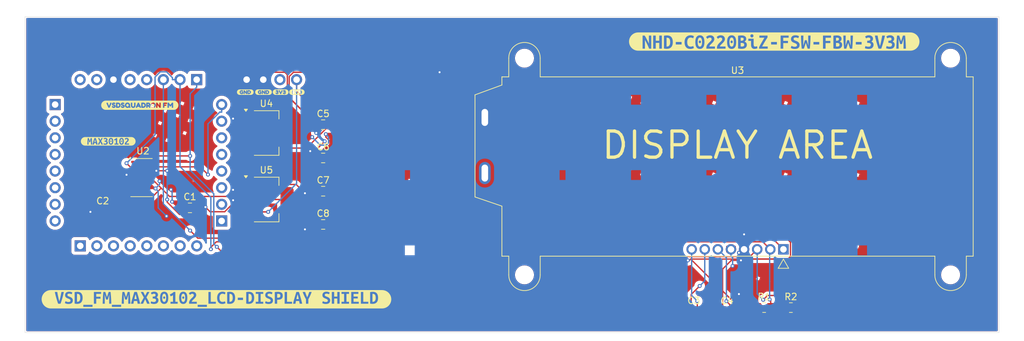
<source format=kicad_pcb>
(kicad_pcb (version 20240108) (generator "pcbnew") (generator_version "8.0")
  (layers (0 "F.Cu" signal) (31 "B.Cu" signal) (34 "B.Paste" user) (35 "F.Paste" user) (36 "B.SilkS" user "B.Silkscreen") (37 "F.SilkS" user "F.Silkscreen") (38 "B.Mask" user) (39 "F.Mask" user) (44 "Edge.Cuts" user))
  (net 0 "")
  (net 1 "+3.3V")
  (net 2 "GND")
  (net 3 "+1V8")
  (net 4 "Net-(U3-C1-)")
  (net 5 "Net-(U3-C1+)")
  (net 6 "Net-(U3-VOUT)")
  (net 7 "+5V")
  (net 8 "/SCL")
  (net 9 "/SDA")
  (net 14 "/MAX_INT")
  (net 26 "/RST")
  (footprint "Capacitor_SMD:C_0805_2012Metric_Pad1.18x1.45mm_HandSolder" (layer "F.Cu") (at 102.6375 101.6)
    (property "Reference" "C8" (at 0 -1.68 0) (layer "F.SilkS"))
    (property "Value" "22uF")
    (pad "1" smd roundrect (at -1.0375 0) (size 1.175 1.45) (layers "F.Cu" "F.Paste" "F.Mask") (roundrect_rratio 0.212766) (net 2 "GND"))
    (pad "2" smd roundrect (at 1.0375 0) (size 1.175 1.45) (layers "F.Cu" "F.Paste" "F.Mask") (roundrect_rratio 0.212766) (net 3 "+1V8"))
  )
  (footprint "Package_TO_SOT_SMD:SOT-223-3_TabPin2" (layer "F.Cu") (at 93.98 97.79)
    (property "Reference" "U5" (at 0 -4.5 0) (layer "F.SilkS"))
    (property "Value" "AMS1117-1.8")
    (pad "1" smd roundrect (at -3.15 -2.3) (size 2 1.5) (layers "F.Cu" "F.Paste" "F.Mask") (net 2 "GND"))
    (pad "2" smd roundrect (at -3.15 0) (size 2 1.5) (layers "F.Cu" "F.Paste" "F.Mask") (net 3 "+1V8"))
    (pad "2" smd roundrect (at 3.15 0) (size 2 3.8) (layers "F.Cu" "F.Paste" "F.Mask") (net 3 "+1V8"))
    (pad "3" smd roundrect (at -3.15 2.3) (size 2 1.5) (layers "F.Cu" "F.Paste" "F.Mask") (net 7 "+5V"))
  )
  (footprint "kibuzzard-67923B7F" (layer "F.Cu") (at 171.45 73.66)
    (property "Reference" "kibuzzard-67923B7F" (hide yes))
    (property "Value" "G***" (hide yes))
  )
  (footprint "Package_TO_SOT_SMD:SOT-223-3_TabPin2" (layer "F.Cu") (at 93.98 87.63)
    (property "Reference" "U4" (at 0 -4.5 0) (layer "F.SilkS"))
    (property "Value" "AMS1117-3.3")
    (pad "1" smd roundrect (at -3.15 -2.3) (size 2 1.5) (layers "F.Cu" "F.Paste" "F.Mask") (net 2 "GND"))
    (pad "2" smd roundrect (at -3.15 0) (size 2 1.5) (layers "F.Cu" "F.Paste" "F.Mask") (net 1 "+3.3V"))
    (pad "2" smd roundrect (at 3.15 0) (size 2 3.8) (layers "F.Cu" "F.Paste" "F.Mask") (net 1 "+3.3V"))
    (pad "3" smd roundrect (at -3.15 2.3) (size 2 1.5) (layers "F.Cu" "F.Paste" "F.Mask") (net 7 "+5V"))
  )
  (footprint "Resistor_SMD:R_0805_2012Metric_Pad1.20x1.40mm_HandSolder" (layer "F.Cu") (at 173.99 114.3)
    (property "Reference" "R2" (at 0 -1.65 0) (layer "F.SilkS"))
    (property "Value" "10K")
    (pad "1" smd roundrect (at -1 0) (size 1.2 1.4) (layers "F.Cu" "F.Paste" "F.Mask") (roundrect_rratio 0.208333) (net 1 "+3.3V"))
    (pad "2" smd roundrect (at 1 0) (size 1.2 1.4) (layers "F.Cu" "F.Paste" "F.Mask") (roundrect_rratio 0.208333) (net 9 "/SDA"))
  )
  (footprint "kibuzzard-67923C2B" (layer "F.Cu") (at 86.36 113.03)
    (property "Reference" "kibuzzard-67923C2B" (hide yes))
    (property "Value" "G***" (hide yes))
  )
  (footprint "Capacitor_SMD:C_0805_2012Metric_Pad1.18x1.45mm_HandSolder" (layer "F.Cu") (at 102.6375 96.52)
    (property "Reference" "C7" (at 0 -1.68 0) (layer "F.SilkS"))
    (property "Value" "10UF")
    (pad "1" smd roundrect (at -1.0375 0) (size 1.175 1.45) (layers "F.Cu" "F.Paste" "F.Mask") (roundrect_rratio 0.212766) (net 2 "GND"))
    (pad "2" smd roundrect (at 1.0375 0) (size 1.175 1.45) (layers "F.Cu" "F.Paste" "F.Mask") (roundrect_rratio 0.212766) (net 7 "+5V"))
  )
  (footprint "Capacitor_SMD:C_0805_2012Metric_Pad1.18x1.45mm_HandSolder" (layer "F.Cu") (at 102.6375 86.36)
    (property "Reference" "C5" (at 0 -1.68 0) (layer "F.SilkS"))
    (property "Value" "10UF")
    (pad "1" smd roundrect (at -1.0375 0) (size 1.175 1.45) (layers "F.Cu" "F.Paste" "F.Mask") (roundrect_rratio 0.212766) (net 2 "GND"))
    (pad "2" smd roundrect (at 1.0375 0) (size 1.175 1.45) (layers "F.Cu" "F.Paste" "F.Mask") (roundrect_rratio 0.212766) (net 7 "+5V"))
  )
  (footprint "kibuzzard-67923BE0" (layer "F.Cu") (at 69.85 88.9)
    (property "Reference" "kibuzzard-67923BE0" (hide yes))
    (property "Value" "G***" (hide yes))
  )
  (footprint "OptoDevice:Maxim_OLGA-14_3.3x5.6mm_P0.8mm" (layer "F.Cu") (at 74.93 94.45)
    (property "Reference" "U2" (at 0.22 -4.07 0) (layer "F.SilkS"))
    (property "Value" "MAX30102")
    (pad "1" smd roundrect (at -1.2 -2.4) (size 0.75 0.35) (layers "F.Cu" "F.Paste" "F.Mask"))
    (pad "2" smd roundrect (at -1.2 -1.6) (size 0.75 0.35) (layers "F.Cu" "F.Paste" "F.Mask") (net 8 "/SCL"))
    (pad "3" smd roundrect (at -1.2 -0.8) (size 0.75 0.35) (layers "F.Cu" "F.Paste" "F.Mask") (net 9 "/SDA"))
    (pad "4" smd roundrect (at -1.2 0) (size 0.75 0.35) (layers "F.Cu" "F.Paste" "F.Mask") (net 2 "GND"))
    (pad "5" smd roundrect (at -1.2 0.8) (size 0.75 0.35) (layers "F.Cu" "F.Paste" "F.Mask"))
    (pad "6" smd roundrect (at -1.2 1.6) (size 0.75 0.35) (layers "F.Cu" "F.Paste" "F.Mask"))
    (pad "7" smd roundrect (at -1.2 2.4) (size 0.75 0.35) (layers "F.Cu" "F.Paste" "F.Mask"))
    (pad "8" smd roundrect (at 1.2 2.4) (size 0.75 0.35) (layers "F.Cu" "F.Paste" "F.Mask"))
    (pad "9" smd roundrect (at 1.2 1.6) (size 0.75 0.35) (layers "F.Cu" "F.Paste" "F.Mask") (net 1 "+3.3V"))
    (pad "10" smd roundrect (at 1.2 0.8) (size 0.75 0.35) (layers "F.Cu" "F.Paste" "F.Mask") (net 1 "+3.3V"))
    (pad "11" smd roundrect (at 1.2 0) (size 0.75 0.35) (layers "F.Cu" "F.Paste" "F.Mask") (net 3 "+1V8"))
    (pad "12" smd roundrect (at 1.2 -0.8) (size 0.75 0.35) (layers "F.Cu" "F.Paste" "F.Mask") (net 2 "GND"))
    (pad "13" smd roundrect (at 1.2 -1.6) (size 0.75 0.35) (layers "F.Cu" "F.Paste" "F.Mask") (net 14 "/MAX_INT"))
    (pad "14" smd roundrect (at 1.2 -2.4) (size 0.75 0.35) (layers "F.Cu" "F.Paste" "F.Mask"))
  )
  (footprint "Capacitor_SMD:C_0805_2012Metric_Pad1.18x1.45mm_HandSolder" (layer "F.Cu") (at 82.3175 99.06)
    (property "Reference" "C1" (at 0 -1.68 0) (layer "F.SilkS"))
    (property "Value" "4.7uF")
    (pad "1" smd roundrect (at -1.0375 0) (size 1.175 1.45) (layers "F.Cu" "F.Paste" "F.Mask") (roundrect_rratio 0.212766) (net 1 "+3.3V"))
    (pad "2" smd roundrect (at 1.0375 0) (size 1.175 1.45) (layers "F.Cu" "F.Paste" "F.Mask") (roundrect_rratio 0.212766) (net 2 "GND"))
  )
  (footprint "Resistor_SMD:R_0805_2012Metric_Pad1.20x1.40mm_HandSolder" (layer "F.Cu") (at 169.91 114.3)
    (property "Reference" "R1" (at 0 -1.65 0) (layer "F.SilkS"))
    (property "Value" "10K")
    (pad "1" smd roundrect (at -1 0) (size 1.2 1.4) (layers "F.Cu" "F.Paste" "F.Mask") (roundrect_rratio 0.208333) (net 1 "+3.3V"))
    (pad "2" smd roundrect (at 1 0) (size 1.2 1.4) (layers "F.Cu" "F.Paste" "F.Mask") (roundrect_rratio 0.208333) (net 8 "/SCL"))
  )
  (footprint "VSDsquadron_FM:VSDSquadron_FM" (layer "F.Cu") (at 74.5033 92.1568)
    (property "Reference" "U1" (hide yes))
    (property "Value" "VSDSquadron FM" (hide yes))
    (pad "1" thru_hole rect (at -8.925764 12.718236 90) (size 1.7 1.7) (drill 1) (layers "*.Cu" "*.Mask"))
    (pad "2" thru_hole oval (at -6.385764 12.718236 90) (size 1.7 1.7) (drill 1) (layers "*.Cu" "*.Mask"))
    (pad "3" thru_hole oval (at -3.845764 12.718236 90) (size 1.7 1.7) (drill 1) (layers "*.Cu" "*.Mask"))
    (pad "4" thru_hole oval (at -1.305764 12.718236 90) (size 1.7 1.7) (drill 1) (layers "*.Cu" "*.Mask"))
    (pad "5" thru_hole oval (at 1.234236 12.718236 90) (size 1.7 1.7) (drill 1) (layers "*.Cu" "*.Mask"))
    (pad "6" thru_hole oval (at 3.774236 12.718236 90) (size 1.7 1.7) (drill 1) (layers "*.Cu" "*.Mask"))
    (pad "7" thru_hole oval (at 6.314236 12.718236 90) (size 1.7 1.7) (drill 1) (layers "*.Cu" "*.Mask"))
    (pad "8" thru_hole oval (at 8.854236 12.718236 90) (size 1.7 1.7) (drill 1) (layers "*.Cu" "*.Mask"))
    (pad "9" thru_hole rect (at 12.649236 8.908236 180) (size 1.7 1.7) (drill 1) (layers "*.Cu" "*.Mask"))
    (pad "10" thru_hole oval (at 12.649236 6.368236 180) (size 1.7 1.7) (drill 1) (layers "*.Cu" "*.Mask"))
    (pad "11" thru_hole oval (at 12.649236 3.828236 180) (size 1.7 1.7) (drill 1) (layers "*.Cu" "*.Mask"))
    (pad "12" thru_hole oval (at 12.649236 1.288236 180) (size 1.7 1.7) (drill 1) (layers "*.Cu" "*.Mask"))
    (pad "13" thru_hole oval (at 12.649236 -1.251764 180) (size 1.7 1.7) (drill 1) (layers "*.Cu" "*.Mask"))
    (pad "14" thru_hole oval (at 12.649236 -3.791764 180) (size 1.7 1.7) (drill 1) (layers "*.Cu" "*.Mask"))
    (pad "15" thru_hole oval (at 12.649236 -6.331764 180) (size 1.7 1.7) (drill 1) (layers "*.Cu" "*.Mask"))
    (pad "16" thru_hole oval (at 12.649236 -8.871764 180) (size 1.7 1.7) (drill 1) (layers "*.Cu" "*.Mask") (net 14 "/MAX_INT"))
    (pad "17" thru_hole rect (at 8.839236 -12.681764 270) (size 1.7 1.7) (drill 1) (layers "*.Cu" "*.Mask") (net 9 "/SDA"))
    (pad "18" thru_hole oval (at 6.299236 -12.681764 270) (size 1.7 1.7) (drill 1) (layers "*.Cu" "*.Mask") (net 8 "/SCL"))
    (pad "19" thru_hole oval (at 3.759236 -12.681764 270) (size 1.7 1.7) (drill 1) (layers "*.Cu" "*.Mask") (net 26 "/RST"))
    (pad "20" thru_hole oval (at 1.219236 -12.681764 270) (size 1.7 1.7) (drill 1) (layers "*.Cu" "*.Mask"))
    (pad "21" thru_hole oval (at -1.320764 -12.681764 270) (size 1.7 1.7) (drill 1) (layers "*.Cu" "*.Mask"))
    (pad "22" thru_hole oval (at -3.860764 -12.681764 270) (size 1.7 1.7) (drill 1) (layers "*.Cu" "*.Mask") (net 2 "GND"))
    (pad "23" thru_hole oval (at -6.400764 -12.681764 270) (size 1.7 1.7) (drill 1) (layers "*.Cu" "*.Mask"))
    (pad "24" thru_hole oval (at -8.940764 -12.681764 270) (size 1.7 1.7) (drill 1) (layers "*.Cu" "*.Mask"))
    (pad "25" thru_hole rect (at -12.750764 -8.871764) (size 1.7 1.7) (drill 1) (layers "*.Cu" "*.Mask"))
    (pad "26" thru_hole oval (at -12.750764 -6.331764) (size 1.7 1.7) (drill 1) (layers "*.Cu" "*.Mask"))
    (pad "27" thru_hole oval (at -12.750764 -3.791764) (size 1.7 1.7) (drill 1) (layers "*.Cu" "*.Mask"))
    (pad "28" thru_hole oval (at -12.750764 -1.251764) (size 1.7 1.7) (drill 1) (layers "*.Cu" "*.Mask"))
    (pad "29" thru_hole oval (at -12.750764 1.288236) (size 1.7 1.7) (drill 1) (layers "*.Cu" "*.Mask"))
    (pad "30" thru_hole oval (at -12.750764 3.828236) (size 1.7 1.7) (drill 1) (layers "*.Cu" "*.Mask"))
    (pad "31" thru_hole oval (at -12.750764 6.368236) (size 1.7 1.7) (drill 1) (layers "*.Cu" "*.Mask"))
    (pad "32" thru_hole oval (at -12.750764 8.908236) (size 1.7 1.7) (drill 1) (layers "*.Cu" "*.Mask"))
    (pad "33" thru_hole rect (at 16.459236 -12.681764 90) (size 1.7 1.7) (drill 1) (layers "*.Cu" "*.Mask") (net 2 "GND"))
    (pad "34" thru_hole oval (at 18.999236 -12.681764 90) (size 1.7 1.7) (drill 1) (layers "*.Cu" "*.Mask") (net 2 "GND"))
    (pad "35" thru_hole oval (at 21.539236 -12.681764 90) (size 1.7 1.7) (drill 1) (layers "*.Cu" "*.Mask"))
    (pad "36" thru_hole oval (at 24.079236 -12.681764 90) (size 1.7 1.7) (drill 1) (layers "*.Cu" "*.Mask") (net 7 "+5V"))
  )
  (footprint "Display:NHD-C0220BiZ" (layer "F.Cu") (at 165.85 89.5)
    (property "Reference" "U3" (at 0 -11.43 0) (layer "F.SilkS"))
    (property "Value" "NHD-C0220BIZ")
    (fp_text user "DISPLAY AREA" (at 0 0 0) (layer "F.SilkS") (effects (font (size 4 4) (thickness 0.5))))
    (pad "" np_thru_hole circle (at -32.5 -13.3) (size 2.5 2.5) (drill 2.5) (layers "*.Cu" "*.Mask"))
    (pad "" np_thru_hole circle (at -32.5 19.8) (size 2.5 2.5) (drill 2.5) (layers "*.Cu" "*.Mask"))
    (pad "" np_thru_hole circle (at 32.5 -13.3) (size 2.5 2.5) (drill 2.5) (layers "*.Cu" "*.Mask"))
    (pad "" np_thru_hole circle (at 32.5 19.8) (size 2.5 2.5) (drill 2.5) (layers "*.Cu" "*.Mask"))
    (pad "1" thru_hole rect (at 7 15.9) (size 1.6 1.6) (drill 1) (layers "*.Cu" "*.Mask") (net 26 "/RST"))
    (pad "2" thru_hole circle (at 5 15.9) (size 1.6 1.6) (drill 1) (layers "*.Cu" "*.Mask") (net 8 "/SCL"))
    (pad "3" thru_hole circle (at 3 15.9) (size 1.6 1.6) (drill 1) (layers "*.Cu" "*.Mask") (net 9 "/SDA"))
    (pad "4" thru_hole circle (at 1 15.9) (size 1.6 1.6) (drill 1) (layers "*.Cu" "*.Mask") (net 2 "GND"))
    (pad "5" thru_hole circle (at -1 15.9) (size 1.6 1.6) (drill 1) (layers "*.Cu" "*.Mask") (net 1 "+3.3V"))
    (pad "6" thru_hole circle (at -3 15.9) (size 1.6 1.6) (drill 1) (layers "*.Cu" "*.Mask") (net 6 "Net-(U3-VOUT)"))
    (pad "7" thru_hole circle (at -5 15.9) (size 1.6 1.6) (drill 1) (layers "*.Cu" "*.Mask") (net 5 "Net-(U3-C1+)"))
    (pad "8" thru_hole circle (at -7 15.9) (size 1.6 1.6) (drill 1) (layers "*.Cu" "*.Mask") (net 4 "Net-(U3-C1-)"))
    (pad "9" thru_hole oval (at -38.55 4.25) (size 1.8 3.4) (drill oval 1 2.6) (layers "*.Cu" "*.Mask") (net 1 "+3.3V"))
    (pad "10" thru_hole oval (at -38.55 -4.25) (size 1.8 3.4) (drill oval 1 2.6) (layers "*.Cu" "*.Mask") (net 2 "GND"))
  )
  (footprint "Capacitor_SMD:C_0201_0603Metric_Pad0.64x0.40mm_HandSolder" (layer "F.Cu") (at 69.0125 99.06)
    (property "Reference" "C2" (at 0 -1.05 0) (layer "F.SilkS"))
    (property "Value" "1uF")
    (pad "1" smd roundrect (at -0.4075 0) (size 0.635 0.4) (layers "F.Cu" "F.Mask") (net 2 "GND"))
    (pad "2" smd roundrect (at 0.4075 0) (size 0.635 0.4) (layers "F.Cu" "F.Mask") (net 3 "+1V8"))
  )
  (footprint "Capacitor_SMD:C_0201_0603Metric_Pad0.64x0.40mm_HandSolder" (layer "F.Cu") (at 164.2625 114.3)
    (property "Reference" "C4" (at 0 -1.05 0) (layer "F.SilkS"))
    (property "Value" "1uF")
    (pad "1" smd roundrect (at -0.4075 0) (size 0.635 0.4) (layers "F.Cu" "F.Mask") (net 2 "GND"))
    (pad "2" smd roundrect (at 0.4075 0) (size 0.635 0.4) (layers "F.Cu" "F.Mask") (net 6 "Net-(U3-VOUT)"))
  )
  (footprint "Capacitor_SMD:C_0201_0603Metric_Pad0.64x0.40mm_HandSolder" (layer "F.Cu") (at 159.1825 114.3)
    (property "Reference" "C3" (at 0 -1.05 0) (layer "F.SilkS"))
    (property "Value" "1uF")
    (pad "1" smd roundrect (at -0.4075 0) (size 0.635 0.4) (layers "F.Cu" "F.Mask") (net 5 "Net-(U3-C1+)"))
    (pad "2" smd roundrect (at 0.4075 0) (size 0.635 0.4) (layers "F.Cu" "F.Mask") (net 4 "Net-(U3-C1-)"))
  )
  (footprint "Capacitor_SMD:C_0805_2012Metric_Pad1.18x1.45mm_HandSolder" (layer "F.Cu") (at 102.6375 91.44)
    (property "Reference" "C6" (at 0 -1.68 0) (layer "F.SilkS"))
    (property "Value" "22uF")
    (pad "1" smd roundrect (at -1.0375 0) (size 1.175 1.45) (layers "F.Cu" "F.Paste" "F.Mask") (roundrect_rratio 0.212766) (net 2 "GND"))
    (pad "2" smd roundrect (at 1.0375 0) (size 1.175 1.45) (layers "F.Cu" "F.Paste" "F.Mask") (roundrect_rratio 0.212766) (net 1 "+3.3V"))
  )
  (gr_line (start 57.15 69.85) (end 57.15 118.11) (stroke (width 0.05)) (layer "Edge.Cuts"))
  (gr_line (start 57.15 69.85) (end 205.74 69.85) (stroke (width 0.05)) (layer "Edge.Cuts"))
  (gr_line (start 205.74 69.85) (end 205.74 118.11) (stroke (width 0.05)) (layer "Edge.Cuts"))
  (gr_line (start 57.15 118.11) (end 205.74 118.11) (stroke (width 0.05)) (layer "Edge.Cuts"))
  (segment (start 79.59613 98.124846) (end 80.531284 99.06) (width 0.2) (layer "F.Cu") (net 1))
  (segment (start 169.890086 115.280086) (end 172.009914 115.280086) (width 0.2) (layer "F.Cu") (net 1))
  (segment (start 77 96.05) (end 77.053817 96.103817) (width 0.2) (layer "F.Cu") (net 1))
  (segment (start 80.531284 99.06) (end 81.28 99.06) (width 0.2) (layer "F.Cu") (net 1))
  (segment (start 172.009914 115.280086) (end 172.99 114.3) (width 0.2) (layer "F.Cu") (net 1))
  (segment (start 100.33 88.9) (end 100.33 88.884634) (width 0.2) (layer "F.Cu") (net 1))
  (segment (start 98.4 88.9) (end 100.33 88.9) (width 0.2) (layer "F.Cu") (net 1))
  (segment (start 78.980382 96.279617) (end 77.682414 94.981649) (width 0.2) (layer "F.Cu") (net 1))
  (segment (start 168.91 111.76) (end 165.1 107.95) (width 0.2) (layer "F.Cu") (net 1))
  (segment (start 79.422672 96.279617) (end 78.980382 96.279617) (width 0.2) (layer "F.Cu") (net 1))
  (segment (start 168.91 114.3) (end 169.890086 115.280086) (width 0.2) (layer "F.Cu") (net 1))
  (segment (start 97.13 87.63) (end 98.4 88.9) (width 0.2) (layer "F.Cu") (net 1))
  (segment (start 90.83 87.63) (end 97.13 87.63) (width 0.2) (layer "F.Cu") (net 1))
  (segment (start 100.33 88.884634) (end 100.957317 88.257317) (width 0.2) (layer "F.Cu") (net 1))
  (segment (start 103.675 88.884634) (end 103.047683 88.257317) (width 0.2) (layer "F.Cu") (net 1))
  (segment (start 103.047683 88.257317) (end 103.047683 87.807683) (width 0.2) (layer "F.Cu") (net 1))
  (segment (start 103.675 91.44) (end 103.675 88.884634) (width 0.2) (layer "F.Cu") (net 1))
  (segment (start 168.91 114.3) (end 168.91 111.76) (width 0.2) (layer "F.Cu") (net 1))
  (segment (start 76.13 96.05) (end 77 96.05) (width 0.2) (layer "F.Cu") (net 1))
  (via (at 100.957317 88.257317) (size 0.6) (drill 0.3) (layers "F.Cu" "B.Cu") (net 1))
  (via (at 79.422672 96.279617) (size 0.6) (drill 0.3) (layers "F.Cu" "B.Cu") (net 1))
  (via (at 103.047683 87.807683) (size 0.6) (drill 0.3) (layers "F.Cu" "B.Cu") (net 1))
  (via (at 77.682414 94.981649) (size 0.6) (drill 0.3) (layers "F.Cu" "B.Cu") (net 1))
  (via (at 79.59613 98.124846) (size 0.6) (drill 0.3) (layers "F.Cu" "B.Cu") (net 1))
  (via (at 165.1 107.95) (size 0.6) (drill 0.3) (layers "F.Cu" "B.Cu") (net 1))
  (via (at 77.053817 96.103817) (size 0.6) (drill 0.3) (layers "F.Cu" "B.Cu") (net 1))
  (via (at 78.74 100.33) (size 0.6) (drill 0.3) (layers "F.Cu" "B.Cu") (net 1))
  (segment (start 79.59613 96.453075) (end 79.422672 96.279617) (width 0.2) (layer "B.Cu") (net 1))
  (segment (start 103.450086 89.14028) (end 103.11028 89.480086) (width 0.2) (layer "B.Cu") (net 1))
  (segment (start 102.180086 89.480086) (end 100.957317 88.257317) (width 0.2) (layer "B.Cu") (net 1))
  (segment (start 164.85 106.43) (end 164.85 105.4) (width 0.2) (layer "B.Cu") (net 1))
  (segment (start 165.1 107.95) (end 165.1 106.68) (width 0.2) (layer "B.Cu") (net 1))
  (segment (start 77.47 96.52) (end 77.47 99.06) (width 0.2) (layer "B.Cu") (net 1))
  (segment (start 103.11028 89.480086) (end 102.180086 89.480086) (width 0.2) (layer "B.Cu") (net 1))
  (segment (start 165.1 106.68) (end 164.85 106.43) (width 0.2) (layer "B.Cu") (net 1))
  (segment (start 77.682414 94.981649) (end 77.682414 95.47522) (width 0.2) (layer "B.Cu") (net 1))
  (segment (start 103.450086 88.210086) (end 103.450086 89.14028) (width 0.2) (layer "B.Cu") (net 1))
  (segment (start 77.682414 95.47522) (end 77.053817 96.103817) (width 0.2) (layer "B.Cu") (net 1))
  (segment (start 77.053817 96.103817) (end 77.47 96.52) (width 0.2) (layer "B.Cu") (net 1))
  (segment (start 79.59613 98.124846) (end 79.59613 96.453075) (width 0.2) (layer "B.Cu") (net 1))
  (segment (start 77.47 99.06) (end 78.74 100.33) (width 0.2) (layer "B.Cu") (net 1))
  (segment (start 103.047683 87.807683) (end 103.450086 88.210086) (width 0.2) (layer "B.Cu") (net 1))
  (segment (start 75.26 93.65) (end 76.13 93.65) (width 0.2) (layer "F.Cu") (net 2))
  (segment (start 77.193 93.3996) (end 76.3804 93.3996) (width 0.2) (layer "F.Cu") (net 2))
  (segment (start 88.8932 96.3135) (end 90.0065 96.3135) (width 0.2) (layer "F.Cu") (net 2))
  (segment (start 164.135087 114.780086) (end 165.047708 114.780086) (width 0.2) (layer "F.Cu") (net 2))
  (segment (start 90.962536 85.197464) (end 90.83 85.33) (width 0.2) (layer "F.Cu") (net 2))
  (segment (start 166.57 106.888086) (end 166.37 107.088086) (width 0.2) (layer "F.Cu") (net 2))
  (segment (start 85.383522 99.655122) (end 87.620633 99.655122) (width 0.2) (layer "F.Cu") (net 2))
  (segment (start 99.8614 102.3509) (end 100.8491 102.3509) (width 0.2) (layer "F.Cu") (net 2))
  (segment (start 165.267586 113.453872) (end 166.063416 112.658042) (width 0.2) (layer "F.Cu") (net 2))
  (segment (start 104.542586 94.382586) (end 101.6 91.44) (width 0.2) (layer "F.Cu") (net 2))
  (segment (start 68.605 98.860001) (end 72.6419 94.823101) (width 0.2) (layer "F.Cu") (net 2))
  (segment (start 101.3721 90.3979) (end 102.87 88.9) (width 0.2) (layer "F.Cu") (net 2))
  (segment (start 83.355 99.06) (end 82.349914 100.065086) (width 0.2) (layer "F.Cu") (net 2))
  (segment (start 90.962536 79.475036) (end 90.962536 85.197464) (width 0.2) (layer "F.Cu") (net 2))
  (segment (start 73.73 94.45) (end 74.46 94.45) (width 0.2) (layer "F.Cu") (net 2))
  (segment (start 104.542586 97.221496) (end 104.542586 94.382586) (width 0.2) (layer "F.Cu") (net 2))
  (segment (start 94.632622 78.34495) (end 96.790461 78.34495) (width 0.2) (layer "F.Cu") (net 2))
  (segment (start 104.542586 102.301496) (end 104.238996 102.605086) (width 0.2) (layer "F.Cu") (net 2))
  (segment (start 98.114439 78.34495) (end 120.39495 78.34495) (width 0.2) (layer "F.Cu") (net 2))
  (segment (start 90.7319 85.4281) (end 90.83 85.33) (width 0.2) (layer "F.Cu") (net 2))
  (segment (start 102.605086 102.605086) (end 101.6 101.6) (width 0.2) (layer "F.Cu") (net 2))
  (segment (start 166.85 105.4) (end 166.59133 105.4) (width 0.2) (layer "F.Cu") (net 2))
  (segment (start 70.642536 92.012936) (end 72.6419 94.0123) (width 0.2) (layer "F.Cu") (net 2))
  (segment (start 83.4677 98.9473) (end 83.355 99.06) (width 0.2) (layer "F.Cu") (net 2))
  (segment (start 67.9839 99.6811) (end 68.605 99.06) (width 0.2) (layer "F.Cu") (net 2))
  (segment (start 164.9 107.088086) (end 166.37 107.088086) (width 0.2) (layer "F.Cu") (net 2))
  (segment (start 90.0065 96.3135) (end 90.83 95.49) (width 0.2) (layer "F.Cu") (net 2))
  (segment (start 101.6 87.63) (end 101.592317 87.622317) (width 0.2) (layer "F.Cu") (net 2))
  (segment (start 101.6 86.36) (end 97.45245 82.21245) (width 0.2) (layer "F.Cu") (net 2))
  (segment (start 72.6419 94.823101) (end 72.6419 94.0123) (width 0.2) (layer "F.Cu") (net 2))
  (segment (start 76.3804 93.3996) (end 76.13 93.65) (width 0.2) (layer "F.Cu") (net 2))
  (segment (start 87.620633 99.655122) (end 88.9 98.375755) (width 0.2) (layer "F.Cu") (net 2))
  (segment (start 165.267586 113.453872) (end 158.7018 106.888086) (width 0.2) (layer "F.Cu") (net 2))
  (segment (start 101.6 91.3344) (end 101.6 91.44) (width 0.2) (layer "F.Cu") (net 2))
  (segment (start 104.542586 99.462586) (end 104.542586 102.301496) (width 0.2) (layer "F.Cu") (net 2))
  (segment (start 97.45245 82.21245) (end 97.45245 79.006939) (width 0.2) (layer "F.Cu") (net 2))
  (segment (start 68.605 99.06) (end 68.605 98.860001) (width 0.2) (layer "F.Cu") (net 2))
  (segment (start 77.193 93.3996) (end 78.842586 93.3996) (width 0.2) (layer "F.Cu") (net 2))
  (segment (start 101.2895 96.8305) (end 101.6 96.52) (width 0.2) (layer "F.Cu") (net 2))
  (segment (start 103.111004 97.525086) (end 104.238996 97.525086) (width 0.2) (layer "F.Cu") (net 2))
  (segment (start 163.573714 108.414372) (end 164.9 107.088086) (width 0.2) (layer "F.Cu") (net 2))
  (segment (start 163.855 114.3) (end 163.573714 114.018714) (width 0.2) (layer "F.Cu") (net 2))
  (segment (start 72.6419 94.0123) (end 73.0796 94.45) (width 0.2) (layer "F.Cu") (net 2))
  (segment (start 97.172622 81.932622) (end 101.6 86.36) (width 0.2) (layer "F.Cu") (net 2))
  (segment (start 98.5209 95.49) (end 99.8614 96.8305) (width 0.2) (layer "F.Cu") (net 2))
  (segment (start 93.502536 79.475036) (end 94.632622 78.34495) (width 0.2) (layer "F.Cu") (net 2))
  (segment (start 88.8932 85.4281) (end 90.7319 85.4281) (width 0.2) (layer "F.Cu") (net 2))
  (segment (start 167.095314 102.87) (end 166.85 103.115314) (width 0.2) (layer "F.Cu") (net 2))
  (segment (start 173.930086 106.480086) (end 173.930086 104.319914) (width 0.2) (layer "F.Cu") (net 2))
  (segment (start 163.855 114.499999) (end 164.135087 114.780086) (width 0.2) (layer "F.Cu") (net 2))
  (segment (start 90.962536 79.475036) (end 90.962536 79.532536) (width 0.2) (layer "F.Cu") (net 2))
  (segment (start 158.269914 107.088086) (end 158.5018 107.088086) (width 0.2) (layer "F.Cu") (net 2))
  (segment (start 101.6 96.52) (end 104.542586 99.462586) (width 0.2) (layer "F.Cu") (net 2))
  (segment (start 173.522086 106.888086) (end 166.57 106.888086) (width 0.2) (layer "F.Cu") (net 2))
  (segment (start 96.790461 78.34495) (end 97.172622 78.727111) (width 0.2) (layer "F.Cu") (net 2))
  (segment (start 92.687674 78.660174) (end 93.502536 79.475036) (width 0.2) (layer "F.Cu") (net 2))
  (segment (start 88.9 98.375755) (end 88.9 97.901986) (width 0.2) (layer "F.Cu") (net 2))
  (segment (start 172.480172 102.87) (end 167.095314 102.87) (width 0.2) (layer "F.Cu") (net 2))
  (segment (start 70.642536 79.475036) (end 70.642536 92.012936) (width 0.2) (layer "F.Cu") (net 2))
  (segment (start 84.6757 98.9473) (end 85.383522 99.655122) (width 0.2) (layer "F.Cu") (net 2))
  (segment (start 99.8614 96.8305) (end 101.2895 96.8305) (width 0.2) (layer "F.Cu") (net 2))
  (segment (start 92.687674 77.749898) (end 90.962536 79.475036) (width 0.2) (layer "F.Cu") (net 2))
  (segment (start 82.349914 100.065086) (end 80.716004 100.065086) (width 0.2) (layer "F.Cu") (net 2))
  (segment (start 67.1323 99.6811) (end 67.9839 99.6811) (width 0.2) (layer "F.Cu") (net 2))
  (segment (start 74.46 94.45) (end 75.26 93.65) (width 0.2) (layer "F.Cu") (net 2))
  (segment (start 166.063416 112.658042) (end 166.063416 112.23695) (width 0.2) (layer "F.Cu") (net 2))
  (segment (start 97.45245 79.006939) (end 98.114439 78.34495) (width 0.2) (layer "F.Cu") (net 2))
  (segment (start 84.6757 98.9473) (end 83.4677 98.9473) (width 0.2) (layer "F.Cu") (net 2))
  (segment (start 90.83 95.49) (end 98.5209 95.49) (width 0.2) (layer "F.Cu") (net 2))
  (segment (start 165.267586 114.560208) (end 165.267586 113.453872) (width 0.2) (layer "F.Cu") (net 2))
  (segment (start 163.573714 114.018714) (end 163.573714 108.414372) (width 0.2) (layer "F.Cu") (net 2))
  (segment (start 100.6635 90.3979) (end 101.6 91.3344) (width 0.2) (layer "F.Cu") (net 2))
  (segment (start 92.687674 77.749898) (end 92.687674 78.660174) (width 0.2) (layer "F.Cu") (net 2))
  (segment (start 101.6 96.52) (end 101.6 96.014082) (width 0.2) (layer "F.Cu") (net 2))
  (segment (start 104.238996 102.605086) (end 102.605086 102.605086) (width 0.2) (layer "F.Cu") (net 2))
  (segment (start 165.047708 114.780086) (end 165.267586 114.560208) (width 0.2) (layer "F.Cu") (net 2))
  (segment (start 173.930086 104.319914) (end 172.480172 102.87) (width 0.2) (layer "F.Cu") (net 2))
  (segment (start 163.855 114.3) (end 163.855 114.499999) (width 0.2) (layer "F.Cu") (net 2))
  (segment (start 166.59133 105.4) (end 166.063416 105.927914) (width 0.2) (layer "F.Cu") (net 2))
  (segment (start 73.0796 94.45) (end 73.73 94.45) (width 0.2) (layer "F.Cu") (net 2))
  (segment (start 104.238996 97.525086) (end 104.542586 97.221496) (width 0.2) (layer "F.Cu") (net 2))
  (segment (start 101.6 96.014082) (end 103.111004 97.525086) (width 0.2) (layer "F.Cu") (net 2))
  (segment (start 80.716004 100.065086) (end 78.842586 98.191668) (width 0.2) (layer "F.Cu") (net 2))
  (segment (start 173.522086 106.888086) (end 173.930086 106.480086) (width 0.2) (layer "F.Cu") (net 2))
  (segment (start 158.5018 107.088086) (end 158.7018 106.888086) (width 0.2) (layer "F.Cu") (net 2))
  (segment (start 100.6635 90.3979) (end 101.3721 90.3979) (width 0.2) (layer "F.Cu") (net 2))
  (segment (start 100.8491 102.3509) (end 101.6 101.6) (width 0.2) (layer "F.Cu") (net 2))
  (segment (start 97.172622 78.727111) (end 97.172622 81.932622) (width 0.2) (layer "F.Cu") (net 2))
  (segment (start 158.7018 106.888086) (end 173.522086 106.888086) (width 0.2) (layer "F.Cu") (net 2))
  (segment (start 101.6 86.36) (end 101.6 87.63) (width 0.2) (layer "F.Cu") (net 2))
  (segment (start 78.842586 98.191668) (end 78.842586 97.79) (width 0.2) (layer "F.Cu") (net 2))
  (via (at 166.063416 112.23695) (size 0.6) (drill 0.3) (layers "F.Cu" "B.Cu") (net 2))
  (via (at 102.87 88.9) (size 0.6) (drill 0.3) (layers "F.Cu" "B.Cu") (net 2))
  (via (at 99.8614 102.3509) (size 0.6) (drill 0.3) (layers "F.Cu" "B.Cu") (net 2))
  (via (at 100.6635 90.3979) (size 0.6) (drill 0.3) (layers "F.Cu" "B.Cu") (net 2))
  (via (at 72.6419 94.0123) (size 0.6) (drill 0.3) (layers "F.Cu" "B.Cu") (net 2))
  (via (at 88.8932 96.3135) (size 0.6) (drill 0.3) (layers "F.Cu" "B.Cu") (net 2))
  (via (at 166.37 107.088086) (size 0.6) (drill 0.3) (layers "F.Cu" "B.Cu") (net 2))
  (via (at 99.8614 96.8305) (size 0.6) (drill 0.3) (layers "F.Cu" "B.Cu") (net 2))
  (via (at 166.063416 105.927914) (size 0.6) (drill 0.3) (layers "F.Cu" "B.Cu") (net 2))
  (via (at 158.269914 107.088086) (size 0.6) (drill 0.3) (layers "F.Cu" "B.Cu") (net 2))
  (via (at 88.9 97.901986) (size 0.6) (drill 0.3) (layers "F.Cu" "B.Cu") (net 2))
  (via (at 77.193 93.3996) (size 0.6) (drill 0.3) (layers "F.Cu" "B.Cu") (net 2))
  (via (at 67.1323 99.6811) (size 0.6) (drill 0.3) (layers "F.Cu" "B.Cu") (net 2))
  (via (at 84.6757 98.9473) (size 0.6) (drill 0.3) (layers "F.Cu" "B.Cu") (net 2))
  (via (at 101.592317 87.622317) (size 0.6) (drill 0.3) (layers "F.Cu" "B.Cu") (net 2))
  (via (at 166.85 103.115314) (size 0.6) (drill 0.3) (layers "F.Cu" "B.Cu") (net 2))
  (via (at 88.8932 85.4281) (size 0.6) (drill 0.3) (layers "F.Cu" "B.Cu") (net 2))
  (via (at 78.842586 97.79) (size 0.6) (drill 0.3) (layers "F.Cu" "B.Cu") (net 2))
  (via (at 78.842586 93.3996) (size 0.6) (drill 0.3) (layers "F.Cu" "B.Cu") (net 2))
  (via (at 120.39495 78.34495) (size 0.6) (drill 0.3) (layers "F.Cu" "B.Cu") (net 2))
  (segment (start 101.592317 87.622317) (end 102.87 88.9) (width 0.2) (layer "B.Cu") (net 2))
  (segment (start 88.9 97.901986) (end 88.9 96.3203) (width 0.2) (layer "B.Cu") (net 2))
  (segment (start 127.3 85.25) (end 136.431828 85.25) (width 0.2) (layer "B.Cu") (net 2))
  (segment (start 166.063416 105.927914) (end 166.063416 112.23695) (width 0.2) (layer "B.Cu") (net 2))
  (segment (start 120.65 78.74) (end 120.65 78.6) (width 0.2) (layer "B.Cu") (net 2))
  (segment (start 166.37 106.68) (end 166.37 107.088086) (width 0.2) (layer "B.Cu") (net 2))
  (segment (start 146.05 104.14) (end 120.65 78.74) (width 0.2) (layer "B.Cu") (net 2))
  (segment (start 166.063416 106.373416) (end 166.37 106.68) (width 0.2) (layer "B.Cu") (net 2))
  (segment (start 166.063416 105.927914) (end 166.063416 106.373416) (width 0.2) (layer "B.Cu") (net 2))
  (segment (start 168.11 104.14) (end 146.05 104.14) (width 0.2) (layer "B.Cu") (net 2))
  (segment (start 78.842586 97.79) (end 78.842586 93.3996) (width 0.2) (layer "B.Cu") (net 2))
  (segment (start 166.85 105.4) (end 168.11 104.14) (width 0.2) (layer "B.Cu") (net 2))
  (segment (start 88.9 96.3203) (end 88.8932 96.3135) (width 0.2) (layer "B.Cu") (net 2))
  (segment (start 136.431828 85.25) (end 158.269914 107.088086) (width 0.2) (layer "B.Cu") (net 2))
  (segment (start 120.65 78.6) (end 120.39495 78.34495) (width 0.2) (layer "B.Cu") (net 2))
  (segment (start 79.2023 97.3219) (end 77.9292 96.0488) (width 0.2) (layer "F.Cu") (net 3))
  (segment (start 90.3619 97.3219) (end 79.2023 97.3219) (width 0.2) (layer "F.Cu") (net 3))
  (segment (start 77.9292 96.0488) (end 74.918 99.06) (width 0.2) (layer "F.Cu") (net 3))
  (segment (start 74.918 99.06) (end 69.42 99.06) (width 0.2) (layer "F.Cu") (net 3))
  (segment (start 90.83 97.79) (end 90.3619 97.3219) (width 0.2) (layer "F.Cu") (net 3))
  (segment (start 99.865 97.79) (end 97.13 97.79) (width 0.2) (layer "F.Cu") (net 3))
  (segment (start 76.13 94.45) (end 76.3304 94.45) (width 0.2) (layer "F.Cu") (net 3))
  (segment (start 76.3304 94.45) (end 77.9292 96.0488) (width 0.2) (layer "F.Cu") (net 3))
  (segment (start 90.83 97.79) (end 97.13 97.79) (width 0.2) (layer "F.Cu") (net 3))
  (segment (start 103.675 101.6) (end 99.865 97.79) (width 0.2) (layer "F.Cu") (net 3))
  (segment (start 159.7151 114.1749) (end 159.7151 113.3058) (width 0.2) (layer "F.Cu") (net 4))
  (segment (start 159.59 114.3) (end 159.7151 114.1749) (width 0.2) (layer "F.Cu") (net 4))
  (via (at 159.7151 113.3058) (size 0.6) (drill 0.3) (layers "F.Cu" "B.Cu") (net 4))
  (segment (start 158.85 105.4) (end 158.85 112.4407) (width 0.2) (layer "B.Cu") (net 4))
  (segment (start 158.85 112.4407) (end 159.7151 113.3058) (width 0.2) (layer "B.Cu") (net 4))
  (segment (start 158.775 114.3) (end 158.775 112.3001) (width 0.2) (layer "F.Cu") (net 5))
  (segment (start 158.775 112.3001) (end 160.0765 110.9986) (width 0.2) (layer "F.Cu") (net 5))
  (via (at 160.0765 110.9986) (size 0.6) (drill 0.3) (layers "F.Cu" "B.Cu") (net 5))
  (segment (start 160.0765 110.9986) (end 160.85 110.2251) (width 0.2) (layer "B.Cu") (net 5))
  (segment (start 160.85 110.2251) (end 160.85 105.4) (width 0.2) (layer "B.Cu") (net 5))
  (segment (start 164.67 114.3) (end 164.67 113.8424) (width 0.2) (layer "F.Cu") (net 6))
  (segment (start 164.67 113.8424) (end 164.1538 113.3262) (width 0.2) (layer "F.Cu") (net 6))
  (via (at 164.1538 113.3262) (size 0.6) (drill 0.3) (layers "F.Cu" "B.Cu") (net 6))
  (segment (start 164.1538 106.7038) (end 162.85 105.4) (width 0.2) (layer "B.Cu") (net 6))
  (segment (start 164.1538 113.3262) (end 164.1538 106.7038) (width 0.2) (layer "B.Cu") (net 6))
  (segment (start 91.2389 99.6811) (end 90.83 100.09) (width 0.2) (layer "F.Cu") (net 7))
  (segment (start 94.2475 99.6811) (end 91.2389 99.6811) (width 0.2) (layer "F.Cu") (net 7))
  (segment (start 100.0618 89.93) (end 100.0618 92.9068) (width 0.2) (layer "F.Cu") (net 7))
  (segment (start 100.0618 89.93) (end 100.105 89.93) (width 0.2) (layer "F.Cu") (net 7))
  (segment (start 100.0618 92.9068) (end 103.675 96.52) (width 0.2) (layer "F.Cu") (net 7))
  (segment (start 90.83 89.93) (end 100.0618 89.93) (width 0.2) (layer "F.Cu") (net 7))
  (segment (start 100.105 89.93) (end 103.675 86.36) (width 0.2) (layer "F.Cu") (net 7))
  (segment (start 98.5825 79.475) (end 98.5825 81.2675) (width 0.2) (layer "F.Cu") (net 7))
  (segment (start 98.5825 81.2675) (end 103.675 86.36) (width 0.2) (layer "F.Cu") (net 7))
  (via (at 94.2475 99.6811) (size 0.6) (drill 0.3) (layers "F.Cu" "B.Cu") (net 7))
  (segment (start 98.5825 79.475) (end 98.5825 95.3461) (width 0.2) (layer "B.Cu") (net 7))
  (segment (start 98.5825 95.3461) (end 94.2475 99.6811) (width 0.2) (layer "B.Cu") (net 7))
  (segment (start 169.6991 104.2491) (end 86.3423 104.2491) (width 0.2) (layer "F.Cu") (net 8))
  (segment (start 170.91 113.2184) (end 170.7471 113.0555) (width 0.2) (layer "F.Cu") (net 8))
  (segment (start 72.6419 92.2403) (end 73.2516 92.85) (width 0.2) (layer "F.Cu") (net 8))
  (segment (start 73.2516 92.85) (end 73.73 92.85) (width 0.2) (layer "F.Cu") (net 8))
  (segment (start 170.85 105.4) (end 169.6991 104.2491) (width 0.2) (layer "F.Cu") (net 8))
  (segment (start 170.91 114.3) (end 170.91 113.2184) (width 0.2) (layer "F.Cu") (net 8))
  (segment (start 86.3423 104.2491) (end 85.5078 105.0836) (width 0.2) (layer "F.Cu") (net 8))
  (segment (start 85.5078 105.0836) (end 85.5078 105.3823) (width 0.2) (layer "F.Cu") (net 8))
  (via (at 85.5078 105.3823) (size 0.6) (drill 0.3) (layers "F.Cu" "B.Cu") (net 8))
  (via (at 72.6419 92.2403) (size 0.6) (drill 0.3) (layers "F.Cu" "B.Cu") (net 8))
  (via (at 170.7471 113.0555) (size 0.6) (drill 0.3) (layers "F.Cu" "B.Cu") (net 8))
  (segment (start 76.9925 79.0764) (end 76.9925 87.8897) (width 0.2) (layer "B.Cu") (net 8))
  (segment (start 79.6508 79.475) (end 79.6508 79.1871) (width 0.2) (layer "B.Cu") (net 8))
  (segment (start 79.6508 79.1871) (end 78.7441 78.2804) (width 0.2) (layer "B.Cu") (net 8))
  (segment (start 80.8025 92.7701) (end 85.5078 97.4754) (width 0.2) (layer "B.Cu") (net 8))
  (segment (start 77.7885 78.2804) (end 76.9925 79.0764) (width 0.2) (layer "B.Cu") (net 8))
  (segment (start 170.85 105.4) (end 170.7471 105.5029) (width 0.2) (layer "B.Cu") (net 8))
  (segment (start 78.7441 78.2804) (end 77.7885 78.2804) (width 0.2) (layer "B.Cu") (net 8))
  (segment (start 80.8025 79.475) (end 80.8025 92.7701) (width 0.2) (layer "B.Cu") (net 8))
  (segment (start 85.5078 97.4754) (end 85.5078 105.3823) (width 0.2) (layer "B.Cu") (net 8))
  (segment (start 170.7471 105.5029) (end 170.7471 113.0555) (width 0.2) (layer "B.Cu") (net 8))
  (segment (start 76.9925 87.8897) (end 72.6419 92.2403) (width 0.2) (layer "B.Cu") (net 8))
  (segment (start 80.8025 79.475) (end 79.6508 79.475) (width 0.2) (layer "B.Cu") (net 8))
  (segment (start 173.1437 112.4537) (end 170.4209 112.4537) (width 0.2) (layer "F.Cu") (net 9))
  (segment (start 170.4209 112.4537) (end 169.7655 113.1091) (width 0.2) (layer "F.Cu") (net 9))
  (segment (start 73.73 93.65) (end 73.9137 93.65) (width 0.2) (layer "F.Cu") (net 9))
  (segment (start 167.742 106.508) (end 87.9002 106.508) (width 0.2) (layer "F.Cu") (net 9))
  (segment (start 74.9014 92.3405) (end 76.1126 91.1293) (width 0.2) (layer "F.Cu") (net 9))
  (segment (start 74.9014 92.6623) (end 74.9014 92.3405) (width 0.2) (layer "F.Cu") (net 9))
  (segment (start 168.85 105.4) (end 167.742 106.508) (width 0.2) (layer "F.Cu") (net 9))
  (segment (start 73.9137 93.65) (end 74.9014 92.6623) (width 0.2) (layer "F.Cu") (net 9))
  (segment (start 174.99 114.3) (end 173.1437 112.4537) (width 0.2) (layer "F.Cu") (net 9))
  (segment (start 87.9002 106.508) (end 86.4172 105.025) (width 0.2) (layer "F.Cu") (net 9))
  (segment (start 76.1126 91.1293) (end 82.3443 91.1293) (width 0.2) (layer "F.Cu") (net 9))
  (via (at 86.4172 105.025) (size 0.6) (drill 0.3) (layers "F.Cu" "B.Cu") (net 9))
  (via (at 169.7655 113.1091) (size 0.6) (drill 0.3) (layers "F.Cu" "B.Cu") (net 9))
  (via (at 82.3443 91.1293) (size 0.6) (drill 0.3) (layers "F.Cu" "B.Cu") (net 9))
  (segment (start 85.9553 96.9199) (end 82.3443 93.3089) (width 0.2) (layer "B.Cu") (net 9))
  (segment (start 86.4172 105.025) (end 85.9553 104.5631) (width 0.2) (layer "B.Cu") (net 9))
  (segment (start 82.3443 81.6249) (end 83.3425 80.6267) (width 0.2) (layer "B.Cu") (net 9))
  (segment (start 85.9553 104.5631) (end 85.9553 96.9199) (width 0.2) (layer "B.Cu") (net 9))
  (segment (start 82.3443 91.1293) (end 82.3443 81.6249) (width 0.2) (layer "B.Cu") (net 9))
  (segment (start 168.85 112.1936) (end 168.85 105.4) (width 0.2) (layer "B.Cu") (net 9))
  (segment (start 169.7655 113.1091) (end 168.85 112.1936) (width 0.2) (layer "B.Cu") (net 9))
  (segment (start 82.3443 93.3089) (end 82.3443 91.1293) (width 0.2) (layer "B.Cu") (net 9))
  (segment (start 83.3425 79.475) (end 83.3425 80.6267) (width 0.2) (layer "B.Cu") (net 9))
  (segment (start 83.8854 92.7979) (end 76.1821 92.7979) (width 0.2) (layer "F.Cu") (net 14))
  (segment (start 76.1821 92.7979) (end 76.13 92.85) (width 0.2) (layer "F.Cu") (net 14))
  (segment (start 85.0674 93.9799) (end 83.8854 92.7979) (width 0.2) (layer "F.Cu") (net 14))
  (via (at 85.0674 93.9799) (size 0.6) (drill 0.3) (layers "F.Cu" "B.Cu") (net 14))
  (segment (start 87.1525 83.285) (end 87.1525 84.4367) (width 0.2) (layer "B.Cu") (net 14))
  (segment (start 86.8646 84.4367) (end 85.0674 86.2339) (width 0.2) (layer "B.Cu") (net 14))
  (segment (start 85.0674 86.2339) (end 85.0674 93.9799) (width 0.2) (layer "B.Cu") (net 14))
  (segment (start 87.1525 84.4367) (end 86.8646 84.4367) (width 0.2) (layer "B.Cu") (net 14))
  (segment (start 83.508 103.6954) (end 82.3443 102.5317) (width 0.2) (layer "F.Cu") (net 26))
  (segment (start 172.85 105.4) (end 171.1454 103.6954) (width 0.2) (layer "F.Cu") (net 26))
  (segment (start 171.1454 103.6954) (end 83.508 103.6954) (width 0.2) (layer "F.Cu") (net 26))
  (via (at 82.3443 102.5317) (size 0.6) (drill 0.3) (layers "F.Cu" "B.Cu") (net 26))
  (segment (start 78.2625 98.4499) (end 78.2625 79.475) (width 0.2) (layer "B.Cu") (net 26))
  (segment (start 82.3443 102.5317) (end 78.2625 98.4499) (width 0.2) (layer "B.Cu") (net 26))
  (zone (net 1) (net_name "+3.3V") (layer "F.Cu") (priority 1) (connect_pads yes (clearance 0.508)) (min_thickness 0.254) (fill yes (mode hatch) (thermal_gap 0.5) (thermal_bridge_width 0.5) (hatch_thickness 1.524) (hatch_gap 0.508) (hatch_orientation 68) (hatch_border_algorithm hatch_thickness) (hatch_min_hole_area 0.3))
    (polygon (pts (xy 53.34 67.31) (xy 53.34 119.38) (xy 209.55 119.38) (xy 209.55 67.31)))
  )
  (zone (net 2) (net_name "GND") (layer "B.Cu") (connect_pads yes (clearance 0.508)) (min_thickness 0.254) (fill yes (mode hatch) (thermal_gap 0.5) (thermal_bridge_width 0.5) (hatch_thickness 10) (hatch_gap 1.5) (hatch_orientation 0) (hatch_border_algorithm hatch_thickness) (hatch_min_hole_area 0.3))
    (polygon (pts (xy 53.34 67.31) (xy 53.34 119.38) (xy 209.55 119.38) (xy 209.55 67.31)))
  )
)
</source>
